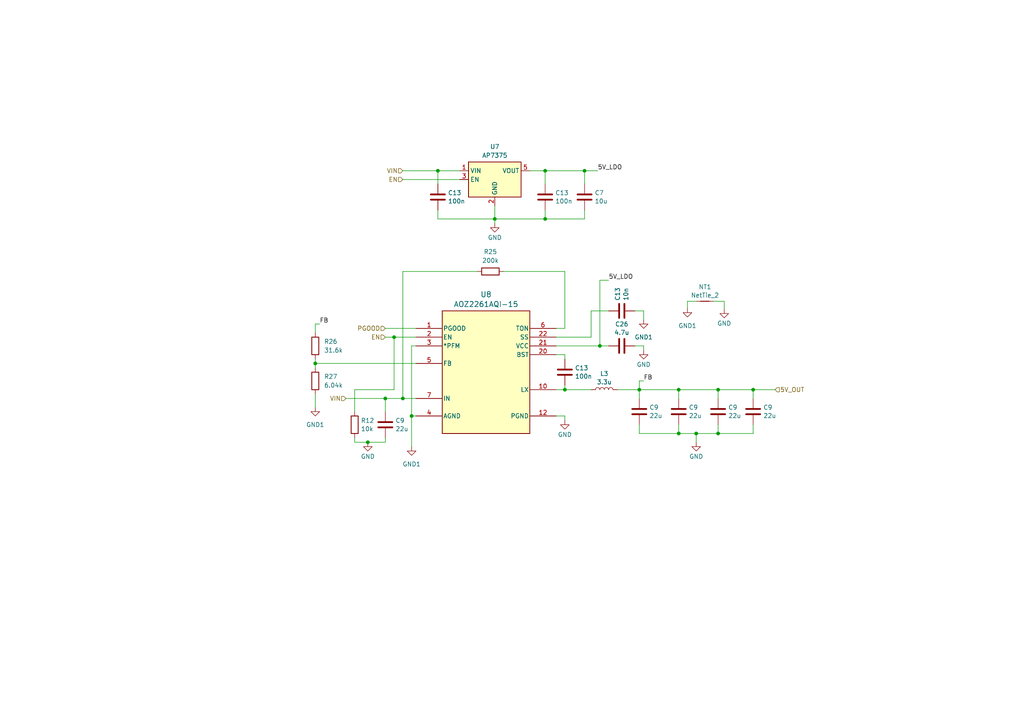
<source format=kicad_sch>
(kicad_sch (version 20230121) (generator eeschema)
  (paper "A4")
  (title_block (title "5V Power Buck Converter") (date "2023-11-15"))
  (lib_symbols
    (symbol "Device:C" (pin_numbers hide) (pin_names (offset 0.254))
      (property "Reference" "C" (at 0.635 2.54 0))
      (property "Value" "C" (at 0.635 -2.54 0))
      (symbol "C_0_1"
        (polyline (pts (xy -2.032 -0.762) (xy 2.032 -0.762)) (stroke (width 0.508)))
        (polyline (pts (xy -2.032 0.762) (xy 2.032 0.762)) (stroke (width 0.508)))
      )
      (symbol "C_1_1"
        (pin passive line (at 0 3.81 270) (length 2.794) (name "~") (number "1"))
        (pin passive line (at 0 -3.81 90) (length 2.794) (name "~") (number "2"))
      )
    )
    (symbol "Device:L" (pin_numbers hide) (pin_names (offset 1.016) hide)
      (property "Reference" "L" (at -1.27 0 90))
      (property "Value" "L" (at 1.905 0 90))
      (symbol "L_0_1"
        (arc (start 0 -2.54) (mid 0.6323 -1.905) (end 0 -1.27))
        (arc (start 0 -1.27) (mid 0.6323 -0.635) (end 0 0))
        (arc (start 0 0) (mid 0.6323 0.635) (end 0 1.27))
        (arc (start 0 1.27) (mid 0.6323 1.905) (end 0 2.54))
      )
      (symbol "L_1_1"
        (pin passive line (at 0 3.81 270) (length 1.27) (name "1") (number "1"))
        (pin passive line (at 0 -3.81 90) (length 1.27) (name "2") (number "2"))
      )
    )
    (symbol "Device:NetTie_2" (pin_numbers hide) (pin_names (offset 0) hide) (in_bom no)
      (property "Reference" "NT" (at 0 1.27 0))
      (property "Value" "NetTie_2" (at 0 -1.27 0))
      (symbol "NetTie_2_0_1"
        (polyline (pts (xy -1.27 0) (xy 1.27 0)) (stroke (width 0.254)))
      )
      (symbol "NetTie_2_1_1"
        (pin passive line (at -2.54 0 0) (length 2.54) (name "1") (number "1"))
        (pin passive line (at 2.54 0 180) (length 2.54) (name "2") (number "2"))
      )
    )
    (symbol "Device:R" (pin_numbers hide) (pin_names (offset 0))
      (property "Reference" "R" (at 2.032 0 90))
      (property "Value" "R" (at 0 0 90))
      (symbol "R_0_1"
        (rectangle (start -1.016 -2.54) (end 1.016 2.54) (stroke (width 0.254)))
      )
      (symbol "R_1_1"
        (pin passive line (at 0 3.81 270) (length 1.27) (name "~") (number "1"))
        (pin passive line (at 0 -3.81 90) (length 1.27) (name "~") (number "2"))
      )
    )
    (symbol "power:GND" (power) (pin_names (offset 0))
      (property "Value" "GND" (at 0 -3.81 0))
      (symbol "GND_0_1"
        (polyline (pts (xy 0 0) (xy 0 -1.27) (xy 1.27 -1.27) (xy 0 -2.54) (xy -1.27 -1.27) (xy 0 -1.27)))
      )
      (symbol "GND_1_1"
        (pin power_in line (at 0 0 270) (length 0) hide (name "GND") (number "1"))
      )
    )
    (symbol "power:GND1" (power) (pin_names (offset 0))
      (property "Value" "GND1" (at 0 -3.81 0))
      (symbol "GND1_0_1"
        (polyline (pts (xy 0 0) (xy 0 -1.27) (xy 1.27 -1.27) (xy 0 -2.54) (xy -1.27 -1.27) (xy 0 -1.27)))
      )
      (symbol "GND1_1_1"
        (pin power_in line (at 0 0 270) (length 0) hide (name "GND1") (number "1"))
      )
    )
    (symbol "props_board:AOZ2261AQI-15" (pin_names (offset 0.254))
      (property "Reference" "U" (at 20.32 10.16 0))
      (property "Value" "AOZ2261AQI-15" (at 20.32 7.62 0))
      (symbol "AOZ2261AQI-15_0_1"
        (pin output line (at 0 0 0) (length 7.62) (name "PGOOD") (number "1"))
        (pin power_out line (at 40.64 -25.4 180) (length 7.62) (name "PGND") (number "12"))
        (pin input line (at 0 -2.54 0) (length 7.62) (name "EN") (number "2"))
        (pin power_in line (at 40.64 -7.62 180) (length 7.62) (name "BST") (number "20"))
        (pin power_in line (at 40.64 -5.08 180) (length 7.62) (name "VCC") (number "21"))
        (pin input line (at 40.64 -2.54 180) (length 7.62) (name "SS") (number "22"))
        (pin input line (at 0 -5.08 0) (length 7.62) (name "*PFM") (number "3"))
        (pin power_out line (at 0 -25.4 0) (length 7.62) (name "AGND") (number "4"))
        (pin input line (at 0 -10.16 0) (length 7.62) (name "FB") (number "5"))
        (pin input line (at 40.64 0 180) (length 7.62) (name "TON") (number "6"))
        (pin power_in line (at 0 -20.32 0) (length 7.62) (name "IN") (number "7"))
      )
      (symbol "AOZ2261AQI-15_1_1"
        (rectangle (start 7.62 5.08) (end 33.02 -30.48) (stroke (width 0.25)) (fill (type background)))
        (pin power_in line (at 40.64 -17.78 180) (length 7.62) (name "LX") (number "10"))
        (pin power_in line (at 40.64 -17.78 180) (length 7.62) hide (name "LX") (number "11"))
        (pin power_out line (at 40.64 -25.4 180) (length 7.62) hide (name "PGND") (number "13"))
        (pin power_out line (at 40.64 -25.4 180) (length 7.62) hide (name "PGND") (number "14"))
        (pin power_out line (at 40.64 -25.4 180) (length 7.62) hide (name "PGND") (number "15"))
        (pin power_in line (at 40.64 -17.78 180) (length 7.62) hide (name "LX") (number "16"))
        (pin power_in line (at 40.64 -17.78 180) (length 7.62) hide (name "LX") (number "17"))
        (pin power_in line (at 40.64 -17.78 180) (length 7.62) hide (name "LX") (number "18"))
        (pin power_out line (at 40.64 -25.4 180) (length 7.62) hide (name "PGND") (number "19"))
        (pin power_in line (at 40.64 -17.78 180) (length 7.62) hide (name "LX") (number "23"))
        (pin power_in line (at 0 -20.32 0) (length 7.62) hide (name "IN") (number "24"))
        (pin power_in line (at 0 -20.32 0) (length 7.62) hide (name "IN") (number "8"))
        (pin power_in line (at 0 -20.32 0) (length 7.62) hide (name "IN") (number "9"))
      )
    )
    (symbol "props_board:AP7375"
      (property "Reference" "U" (at 0 6.35 0))
      (property "Value" "AP7375" (at -19.05 0 0))
      (symbol "AP7375_0_0"
        (pin power_in line (at -10.16 1.27 0) (length 2.54) (name "VIN") (number "1"))
        (pin power_in line (at 0 -8.89 90) (length 2.54) (name "GND") (number "2"))
        (pin input line (at -10.16 -1.27 0) (length 2.54) (name "EN") (number "3"))
        (pin power_out line (at 10.16 1.27 180) (length 2.54) (name "VOUT") (number "5"))
      )
      (symbol "AP7375_1_0"
        (pin no_connect line (at -10.16 -3.81 0) (length 2.54) hide (name "NC") (number "4"))
      )
      (symbol "AP7375_1_1"
        (rectangle (start -7.62 3.81) (end 7.62 -6.35) (stroke (width 0.254)) (fill (type background)))
      )
    )
  )
  (junction (at 201.93 125.73))
  (junction (at 218.44 113.03))
  (junction (at 114.3 97.79))
  (junction (at 127 49.53))
  (junction (at 173.99 100.33))
  (junction (at 196.85 125.73))
  (junction (at 169.545 49.53))
  (junction (at 158.115 49.53))
  (junction (at 106.68 128.27))
  (junction (at 111.76 115.57))
  (junction (at 158.115 63.5))
  (junction (at 163.83 113.03))
  (junction (at 116.84 115.57))
  (junction (at 208.28 125.73))
  (junction (at 196.85 113.03))
  (junction (at 185.42 113.03))
  (junction (at 208.28 113.03))
  (junction (at 91.44 105.41))
  (junction (at 119.38 120.65))
  (junction (at 143.51 63.5))
  (wire (pts (xy 158.115 60.96) (xy 158.115 63.5)))
  (wire (pts (xy 138.43 78.74) (xy 116.84 78.74)))
  (wire (pts (xy 185.42 110.49) (xy 185.42 113.03)))
  (wire (pts (xy 208.28 123.19) (xy 208.28 125.73)))
  (wire (pts (xy 158.115 49.53) (xy 158.115 53.34)))
  (wire (pts (xy 163.83 102.87) (xy 163.83 104.14)))
  (wire (pts (xy 127 49.53) (xy 127 53.34)))
  (wire (pts (xy 179.07 113.03) (xy 185.42 113.03)))
  (wire (pts (xy 196.85 125.73) (xy 196.85 123.19)))
  (wire (pts (xy 201.93 125.73) (xy 201.93 128.27)))
  (wire (pts (xy 163.83 111.76) (xy 163.83 113.03)))
  (wire (pts (xy 208.28 125.73) (xy 201.93 125.73)))
  (wire (pts (xy 143.51 59.69) (xy 143.51 63.5)))
  (wire (pts (xy 199.39 89.408) (xy 199.39 87.376)))
  (wire (pts (xy 111.76 95.25) (xy 120.65 95.25)))
  (wire (pts (xy 161.29 100.33) (xy 173.99 100.33)))
  (wire (pts (xy 218.44 123.19) (xy 218.44 125.73)))
  (wire (pts (xy 91.44 104.14) (xy 91.44 105.41)))
  (wire (pts (xy 119.38 120.65) (xy 119.38 129.54)))
  (wire (pts (xy 163.83 113.03) (xy 171.45 113.03)))
  (wire (pts (xy 158.115 63.5) (xy 143.51 63.5)))
  (wire (pts (xy 185.42 125.73) (xy 196.85 125.73)))
  (wire (pts (xy 120.65 120.65) (xy 119.38 120.65)))
  (wire (pts (xy 185.42 113.03) (xy 185.42 115.57)))
  (wire (pts (xy 161.29 113.03) (xy 163.83 113.03)))
  (wire (pts (xy 163.83 95.25) (xy 163.83 78.74)))
  (wire (pts (xy 196.85 113.03) (xy 185.42 113.03)))
  (wire (pts (xy 185.42 123.19) (xy 185.42 125.73)))
  (wire (pts (xy 116.84 115.57) (xy 111.76 115.57)))
  (wire (pts (xy 169.545 60.96) (xy 169.545 63.5)))
  (wire (pts (xy 196.85 113.03) (xy 208.28 113.03)))
  (wire (pts (xy 196.85 115.57) (xy 196.85 113.03)))
  (wire (pts (xy 116.84 78.74) (xy 116.84 115.57)))
  (wire (pts (xy 163.83 121.92) (xy 163.83 120.65)))
  (wire (pts (xy 102.87 127) (xy 102.87 128.27)))
  (wire (pts (xy 91.44 105.41) (xy 91.44 106.68)))
  (wire (pts (xy 100.33 115.57) (xy 111.76 115.57)))
  (wire (pts (xy 127 63.5) (xy 143.51 63.5)))
  (wire (pts (xy 208.28 115.57) (xy 208.28 113.03)))
  (wire (pts (xy 201.93 125.73) (xy 196.85 125.73)))
  (wire (pts (xy 120.65 115.57) (xy 116.84 115.57)))
  (wire (pts (xy 91.44 105.41) (xy 120.65 105.41)))
  (wire (pts (xy 169.545 63.5) (xy 158.115 63.5)))
  (wire (pts (xy 111.76 127) (xy 111.76 128.27)))
  (wire (pts (xy 218.44 125.73) (xy 208.28 125.73)))
  (wire (pts (xy 173.99 100.33) (xy 176.53 100.33)))
  (wire (pts (xy 171.45 90.17) (xy 171.45 97.79)))
  (wire (pts (xy 161.29 102.87) (xy 163.83 102.87)))
  (wire (pts (xy 92.71 93.98) (xy 91.44 93.98)))
  (wire (pts (xy 91.44 114.3) (xy 91.44 118.11)))
  (wire (pts (xy 199.39 87.376) (xy 201.93 87.376)))
  (wire (pts (xy 169.545 49.53) (xy 169.545 53.34)))
  (wire (pts (xy 176.53 90.17) (xy 171.45 90.17)))
  (wire (pts (xy 207.01 87.376) (xy 210.058 87.376)))
  (wire (pts (xy 102.87 113.03) (xy 114.3 113.03)))
  (wire (pts (xy 184.15 100.33) (xy 186.69 100.33)))
  (wire (pts (xy 218.44 115.57) (xy 218.44 113.03)))
  (wire (pts (xy 114.3 113.03) (xy 114.3 97.79)))
  (wire (pts (xy 184.15 90.17) (xy 186.69 90.17)))
  (wire (pts (xy 161.29 95.25) (xy 163.83 95.25)))
  (wire (pts (xy 111.76 115.57) (xy 111.76 119.38)))
  (wire (pts (xy 114.3 97.79) (xy 120.65 97.79)))
  (wire (pts (xy 143.51 63.5) (xy 143.51 64.77)))
  (wire (pts (xy 153.67 49.53) (xy 158.115 49.53)))
  (wire (pts (xy 116.84 52.07) (xy 133.35 52.07)))
  (wire (pts (xy 186.69 100.33) (xy 186.69 101.6)))
  (wire (pts (xy 102.87 119.38) (xy 102.87 113.03)))
  (wire (pts (xy 163.83 120.65) (xy 161.29 120.65)))
  (wire (pts (xy 163.83 78.74) (xy 146.05 78.74)))
  (wire (pts (xy 185.42 110.49) (xy 186.69 110.49)))
  (wire (pts (xy 119.38 100.33) (xy 119.38 120.65)))
  (wire (pts (xy 106.68 128.27) (xy 102.87 128.27)))
  (wire (pts (xy 218.44 113.03) (xy 208.28 113.03)))
  (wire (pts (xy 111.76 128.27) (xy 106.68 128.27)))
  (wire (pts (xy 91.44 93.98) (xy 91.44 96.52)))
  (wire (pts (xy 173.99 81.28) (xy 173.99 100.33)))
  (wire (pts (xy 111.76 97.79) (xy 114.3 97.79)))
  (wire (pts (xy 169.545 49.53) (xy 173.355 49.53)))
  (wire (pts (xy 127 49.53) (xy 133.35 49.53)))
  (wire (pts (xy 127 60.96) (xy 127 63.5)))
  (wire (pts (xy 218.44 113.03) (xy 224.79 113.03)))
  (wire (pts (xy 210.058 87.376) (xy 210.058 89.662)))
  (wire (pts (xy 116.84 49.53) (xy 127 49.53)))
  (wire (pts (xy 158.115 49.53) (xy 169.545 49.53)))
  (wire (pts (xy 120.65 100.33) (xy 119.38 100.33)))
  (wire (pts (xy 186.69 90.17) (xy 186.69 92.71)))
  (wire (pts (xy 176.53 81.28) (xy 173.99 81.28)))
  (wire (pts (xy 171.45 97.79) (xy 161.29 97.79)))
  (label "FB" (at 92.71 93.98 0))
  (label "5V_LDO" (at 176.53 81.28 0))
  (label "5V_LDO" (at 173.355 49.53 0))
  (label "FB" (at 186.69 110.49 0))
  (hierarchical_label "EN" (shape input) (at 116.84 52.07 180))
  (hierarchical_label "VIN" (shape input) (at 116.84 49.53 180))
  (hierarchical_label "PGOOD" (shape input) (at 111.76 95.25 180))
  (hierarchical_label "5V_OUT" (shape input) (at 224.79 113.03 0))
  (hierarchical_label "EN" (shape input) (at 111.76 97.79 180))
  (hierarchical_label "VIN" (shape input) (at 100.33 115.57 180))
  (symbol (lib_id "Device:R") (at 142.24 78.74 90) (unit 1)
    (property "Reference" "R25" (at 142.24 73.025 90))
    (property "Value" "200k" (at 142.24 75.565 90))
    (property "Footprint" "Resistor_SMD:R_0805_2012Metric" (effects hide))
    (property "Digikey Part No." "RMCF0805FT200KCT-ND" (effects hide))
  )
  (symbol (lib_id "Device:C") (at 169.545 57.15 0) (unit 1)
    (property "Reference" "C7" (at 172.466 55.9379 0) (effects (justify left)))
    (property "Value" "10u" (at 172.466 58.3621 0) (effects (justify left)))
    (property "Footprint" "Capacitor_SMD:C_0603_1608Metric" (effects hide))
    (property "Digikey Part No." "1276-1192-1-ND" (effects hide))
    (instances (project "props_board_v3" (path "" (reference "C7") (unit 1)) (path "" (reference "C43") (unit 1))))
  )
  (symbol (lib_id "Device:C") (at 158.115 57.15 0) (unit 1)
    (property "Reference" "C13" (at 161.036 55.9379 0) (effects (justify left)))
    (property "Value" "100n" (at 161.036 58.3621 0) (effects (justify left)))
    (property "Footprint" "Capacitor_SMD:C_0603_1608Metric" (effects hide))
    (property "Digikey Part No." "1276-1000-1-ND" (effects hide))
    (instances (project "props_board_v3" (path "" (reference "C13") (unit 1)) (path "" (reference "C42") (unit 1))))
  )
  (symbol (lib_id "Device:L") (at 175.26 113.03 90) (unit 1)
    (property "Reference" "L3" (at 175.26 108.3804 90))
    (property "Value" "3.3u" (at 175.26 110.8046 90))
    (property "Footprint" "props_board:INDM1250X1250X600" (effects hide))
    (property "Digikey Part No." "308-2465-1-ND" (effects hide))
  )
  (symbol (lib_id "Device:C") (at 180.34 90.17 90) (unit 1)
    (property "Reference" "C13" (at 179.1279 87.249 0) (effects (justify left)))
    (property "Value" "10n" (at 181.5521 87.249 0) (effects (justify left)))
    (property "Footprint" "Capacitor_SMD:C_0402_1005Metric" (effects hide))
    (property "Digikey Part No." "1276-1028-1-ND" (effects hide))
    (instances (project "props_board_v3" (path "" (reference "C13") (unit 1)) (path "" (reference "C44") (unit 1))))
  )
  (symbol (lib_id "Device:C") (at 127 57.15 0) (unit 1)
    (property "Reference" "C13" (at 129.921 55.9379 0) (effects (justify left)))
    (property "Value" "100n" (at 129.921 58.3621 0) (effects (justify left)))
    (property "Footprint" "Capacitor_SMD:C_0603_1608Metric" (effects hide))
    (property "Digikey Part No." "1276-1000-1-ND" (effects hide))
    (instances (project "props_board_v3" (path "" (reference "C13") (unit 1)) (path "" (reference "C41") (unit 1))))
  )
  (symbol (lib_id "power:GND") (at 201.93 128.27 0) (unit 1)
    (property "Reference" "#PWR043" (effects hide))
    (property "Value" "GND" (at 201.93 132.4031 0))
  )
  (symbol (lib_id "Device:R") (at 91.44 100.33 0) (unit 1)
    (property "Reference" "R26" (at 93.98 99.06 0) (effects (justify left)))
    (property "Value" "31.6k" (at 93.98 101.6 0) (effects (justify left)))
    (property "Footprint" "Resistor_SMD:R_0603_1608Metric" (effects hide))
    (property "Digikey Part No." "RMCF0603FT31K6CT-ND" (effects hide))
  )
  (symbol (lib_id "power:GND1") (at 186.69 92.71 0) (unit 1)
    (property "Reference" "#PWR039" (effects hide))
    (property "Value" "GND1" (at 186.69 97.79 0))
  )
  (symbol (lib_id "props_board:AP7375") (at 143.51 50.8 0) (unit 1)
    (property "Reference" "U7" (at 143.51 42.545 0))
    (property "Value" "AP7375" (at 143.51 45.085 0))
    (property "Footprint" "Package_TO_SOT_SMD:SOT-23-5" (effects hide))
    (property "Digikey Part No." "31-AP7375-50W5-7CT-ND" (effects hide))
  )
  (symbol (lib_id "power:GND1") (at 91.44 118.11 0) (unit 1)
    (property "Reference" "#PWR037" (effects hide))
    (property "Value" "GND1" (at 91.44 123.19 0))
  )
  (symbol (lib_id "props_board:AOZ2261AQI-15") (at 120.65 95.25 0) (unit 1)
    (property "Reference" "U8" (at 140.97 85.4148 0) (effects (font (size 1.524 1.524))))
    (property "Value" "AOZ2261AQI-15" (at 140.97 88.2476 0) (effects (font (size 1.524 1.524))))
    (property "Footprint" "props_board:QFN4X4-22L_EP2_S_AOS" (effects hide))
    (property "Datasheet" "AOZ2261AQI-15" (effects hide))
    (property "Digikey Part No." "785-1930-1-ND" (effects hide))
  )
  (symbol (lib_id "Device:C") (at 196.85 119.38 0) (unit 1)
    (property "Reference" "C9" (at 199.771 118.1679 0) (effects (justify left)))
    (property "Value" "22u" (at 199.771 120.5921 0) (effects (justify left)))
    (property "Footprint" "Capacitor_SMD:C_0805_2012Metric" (effects hide))
    (property "Digikey Part No." "1276-CL21A226MAYNNNECT-ND" (effects hide))
    (instances (project "props_board_v3" (path "" (reference "C9") (unit 1)) (path "" (reference "C48") (unit 1))))
  )
  (symbol (lib_id "Device:C") (at 111.76 123.19 0) (unit 1)
    (property "Reference" "C9" (at 114.681 121.9779 0) (effects (justify left)))
    (property "Value" "22u" (at 114.681 124.4021 0) (effects (justify left)))
    (property "Footprint" "Capacitor_SMD:C_0805_2012Metric" (effects hide))
    (property "Digikey Part No." "1276-CL21A226MAYNNNECT-ND" (effects hide))
    (instances (project "props_board_v3" (path "" (reference "C9") (unit 1)) (path "" (reference "C51") (unit 1))))
  )
  (symbol (lib_id "power:GND") (at 186.69 101.6 0) (unit 1)
    (property "Reference" "#PWR038" (effects hide))
    (property "Value" "GND" (at 186.69 105.7331 0))
  )
  (symbol (lib_id "Device:C") (at 218.44 119.38 0) (unit 1)
    (property "Reference" "C9" (at 221.361 118.1679 0) (effects (justify left)))
    (property "Value" "22u" (at 221.361 120.5921 0) (effects (justify left)))
    (property "Footprint" "Capacitor_SMD:C_0805_2012Metric" (effects hide))
    (property "Digikey Part No." "1276-CL21A226MAYNNNECT-ND" (effects hide))
    (instances (project "props_board_v3" (path "" (reference "C9") (unit 1)) (path "" (reference "C50") (unit 1))))
  )
  (symbol (lib_id "power:GND") (at 106.68 128.27 0) (unit 1)
    (property "Reference" "#PWR041" (effects hide))
    (property "Value" "GND" (at 106.68 132.4031 0))
  )
  (symbol (lib_id "power:GND1") (at 119.38 129.54 0) (unit 1)
    (property "Reference" "#PWR058" (effects hide))
    (property "Value" "GND1" (at 119.38 134.62 0))
  )
  (symbol (lib_id "power:GND") (at 163.83 121.92 0) (unit 1)
    (property "Reference" "#PWR040" (effects hide))
    (property "Value" "GND" (at 163.83 126.0531 0))
  )
  (symbol (lib_id "Device:C") (at 180.34 100.33 90) (unit 1)
    (property "Reference" "C26" (at 180.34 94.0267 90))
    (property "Value" "4.7u" (at 180.34 96.4509 90))
    (property "Footprint" "Capacitor_SMD:C_0603_1608Metric" (effects hide))
    (property "Digikey Part No." "1276-1903-1-ND" (effects hide))
    (instances (project "props_board_v3" (path "" (reference "C26") (unit 1)) (path "" (reference "C45") (unit 1))))
  )
  (symbol (lib_id "Device:R") (at 91.44 110.49 0) (unit 1)
    (property "Reference" "R27" (at 93.98 109.22 0) (effects (justify left)))
    (property "Value" "6.04k" (at 93.98 111.76 0) (effects (justify left)))
    (property "Footprint" "Resistor_SMD:R_0402_1005Metric" (effects hide))
    (property "Digikey Part No." "738-RNCF0402DTE6K04CT-ND" (effects hide))
  )
  (symbol (lib_id "Device:C") (at 208.28 119.38 0) (unit 1)
    (property "Reference" "C9" (at 211.201 118.1679 0) (effects (justify left)))
    (property "Value" "22u" (at 211.201 120.5921 0) (effects (justify left)))
    (property "Footprint" "Capacitor_SMD:C_0805_2012Metric" (effects hide))
    (property "Digikey Part No." "1276-CL21A226MAYNNNECT-ND" (effects hide))
    (instances (project "props_board_v3" (path "" (reference "C9") (unit 1)) (path "" (reference "C49") (unit 1))))
  )
  (symbol (lib_id "power:GND") (at 143.51 64.77 0) (unit 1)
    (property "Reference" "#PWR036" (effects hide))
    (property "Value" "GND" (at 143.51 68.9031 0))
  )
  (symbol (lib_id "power:GND1") (at 199.39 89.408 0) (unit 1)
    (property "Reference" "#PWR042" (effects hide))
    (property "Value" "GND1" (at 199.39 94.488 0))
  )
  (symbol (lib_id "Device:C") (at 163.83 107.95 0) (unit 1)
    (property "Reference" "C13" (at 166.751 106.7379 0) (effects (justify left)))
    (property "Value" "100n" (at 166.751 109.1621 0) (effects (justify left)))
    (property "Footprint" "Capacitor_SMD:C_0603_1608Metric" (effects hide))
    (property "Digikey Part No." "1276-1000-1-ND" (effects hide))
    (instances (project "props_board_v3" (path "" (reference "C13") (unit 1)) (path "" (reference "C46") (unit 1))))
  )
  (symbol (lib_id "Device:R") (at 102.87 123.19 0) (unit 1)
    (property "Reference" "R12" (at 104.648 121.9779 0) (effects (justify left)))
    (property "Value" "10k" (at 104.648 124.4021 0) (effects (justify left)))
    (property "Footprint" "Resistor_SMD:R_0603_1608Metric" (effects hide))
    (property "Digikey Part No." "RMCF0603FT10K0CT-ND" (effects hide))
    (instances (project "props_board_v3" (path "" (reference "R12") (unit 1)) (path "" (reference "R28") (unit 1))))
  )
  (symbol (lib_id "Device:C") (at 185.42 119.38 0) (unit 1)
    (property "Reference" "C9" (at 188.341 118.1679 0) (effects (justify left)))
    (property "Value" "22u" (at 188.341 120.5921 0) (effects (justify left)))
    (property "Footprint" "Capacitor_SMD:C_0805_2012Metric" (effects hide))
    (property "Digikey Part No." "1276-CL21A226MAYNNNECT-ND" (effects hide))
    (instances (project "props_board_v3" (path "" (reference "C9") (unit 1)) (path "" (reference "C47") (unit 1))))
  )
  (symbol (lib_id "Device:NetTie_2") (at 204.47 87.376 0) (unit 1) (in_bom no)
    (property "Reference" "NT1" (at 204.47 83.2317 0))
    (property "Value" "NetTie_2" (at 204.47 85.6559 0))
    (property "Footprint" "NetTie:NetTie-2_SMD_Pad0.5mm" (effects hide))
    (instances (project "props_board_v3" (path "" (reference "NT1") (unit 1)) (path "" (reference "NT2") (unit 1))))
  )
  (symbol (lib_id "power:GND") (at 210.058 89.662 0) (unit 1)
    (property "Reference" "#PWR059" (effects hide))
    (property "Value" "GND" (at 210.058 93.7951 0))
  )
)
</source>
